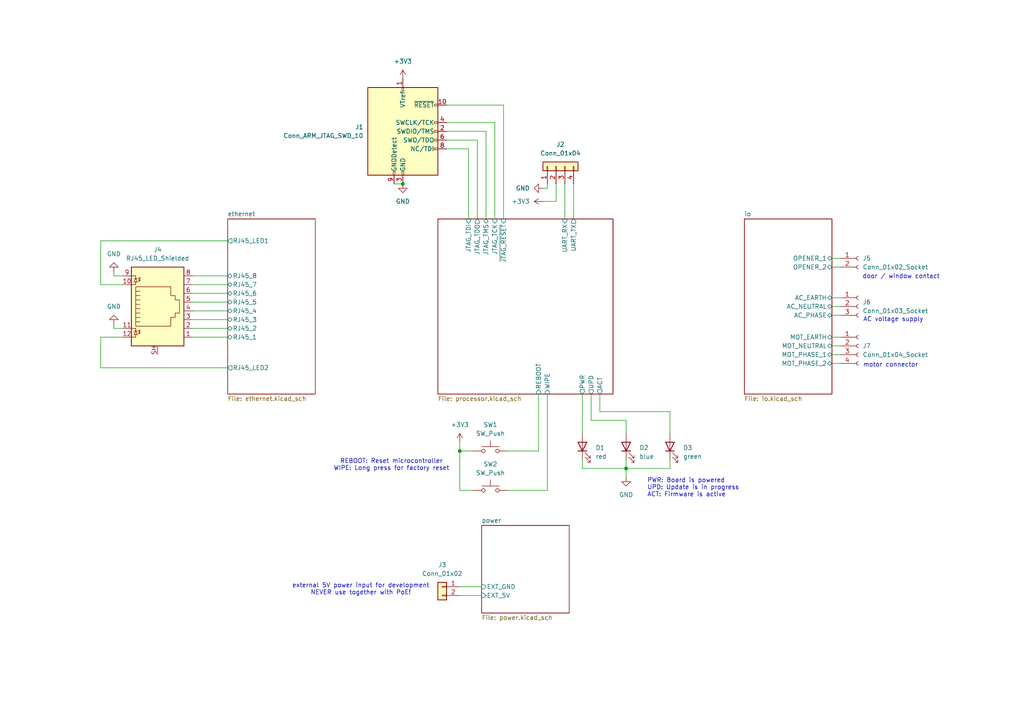
<source format=kicad_sch>
(kicad_sch (version 20231120) (generator "eeschema") (generator_version "8.0")
  (paper "A4")
  (lib_symbols
    (symbol "Connector:Conn_01x02_Socket" (pin_names (offset 1.016) hide)
      (property "Reference" "J" (at 0 2.54 0))
      (property "Value" "Conn_01x02_Socket" (at 0 -5.08 0))
      (symbol "Conn_01x02_Socket_1_1"
        (arc (start 0 -2.032) (mid -0.5058 -2.54) (end 0 -3.048) (stroke (width 0.1524)))
        (polyline (pts (xy -1.27 -2.54) (xy -0.508 -2.54)) (stroke (width 0.1524)))
        (polyline (pts (xy -1.27 0) (xy -0.508 0)) (stroke (width 0.1524)))
        (arc (start 0 0.508) (mid -0.5058 0) (end 0 -0.508) (stroke (width 0.1524)))
        (pin passive line (at -5.08 0 0) (length 3.81) (name "Pin_1") (number "1"))
        (pin passive line (at -5.08 -2.54 0) (length 3.81) (name "Pin_2") (number "2"))
      )
    )
    (symbol "Connector:Conn_01x03_Socket" (pin_names (offset 1.016) hide)
      (property "Reference" "J" (at 0 5.08 0))
      (property "Value" "Conn_01x03_Socket" (at 0 -5.08 0))
      (symbol "Conn_01x03_Socket_1_1"
        (arc (start 0 -2.032) (mid -0.5058 -2.54) (end 0 -3.048) (stroke (width 0.1524)))
        (polyline (pts (xy -1.27 -2.54) (xy -0.508 -2.54)) (stroke (width 0.1524)))
        (polyline (pts (xy -1.27 0) (xy -0.508 0)) (stroke (width 0.1524)))
        (polyline (pts (xy -1.27 2.54) (xy -0.508 2.54)) (stroke (width 0.1524)))
        (arc (start 0 0.508) (mid -0.5058 0) (end 0 -0.508) (stroke (width 0.1524)))
        (arc (start 0 3.048) (mid -0.5058 2.54) (end 0 2.032) (stroke (width 0.1524)))
        (pin passive line (at -5.08 2.54 0) (length 3.81) (name "Pin_1") (number "1"))
        (pin passive line (at -5.08 0 0) (length 3.81) (name "Pin_2") (number "2"))
        (pin passive line (at -5.08 -2.54 0) (length 3.81) (name "Pin_3") (number "3"))
      )
    )
    (symbol "Connector:Conn_01x04_Socket" (pin_names (offset 1.016) hide)
      (property "Reference" "J" (at 0 5.08 0))
      (property "Value" "Conn_01x04_Socket" (at 0 -7.62 0))
      (symbol "Conn_01x04_Socket_1_1"
        (arc (start 0 -4.572) (mid -0.5058 -5.08) (end 0 -5.588) (stroke (width 0.1524)))
        (arc (start 0 -2.032) (mid -0.5058 -2.54) (end 0 -3.048) (stroke (width 0.1524)))
        (polyline (pts (xy -1.27 -5.08) (xy -0.508 -5.08)) (stroke (width 0.1524)))
        (polyline (pts (xy -1.27 -2.54) (xy -0.508 -2.54)) (stroke (width 0.1524)))
        (polyline (pts (xy -1.27 0) (xy -0.508 0)) (stroke (width 0.1524)))
        (polyline (pts (xy -1.27 2.54) (xy -0.508 2.54)) (stroke (width 0.1524)))
        (arc (start 0 0.508) (mid -0.5058 0) (end 0 -0.508) (stroke (width 0.1524)))
        (arc (start 0 3.048) (mid -0.5058 2.54) (end 0 2.032) (stroke (width 0.1524)))
        (pin passive line (at -5.08 2.54 0) (length 3.81) (name "Pin_1") (number "1"))
        (pin passive line (at -5.08 0 0) (length 3.81) (name "Pin_2") (number "2"))
        (pin passive line (at -5.08 -2.54 0) (length 3.81) (name "Pin_3") (number "3"))
        (pin passive line (at -5.08 -5.08 0) (length 3.81) (name "Pin_4") (number "4"))
      )
    )
    (symbol "Connector:Conn_ARM_JTAG_SWD_10" (pin_names (offset 1.016))
      (property "Reference" "J" (at -2.54 16.51 0))
      (property "Value" "Conn_ARM_JTAG_SWD_10" (at -2.54 13.97 0))
      (symbol "Conn_ARM_JTAG_SWD_10_0_1"
        (rectangle (start -10.16 12.7) (end 10.16 -12.7) (stroke (width 0.254)) (fill (type background)))
        (rectangle (start -2.794 -12.7) (end -2.286 -11.684))
        (rectangle (start -0.254 -12.7) (end 0.254 -11.684))
        (rectangle (start -0.254 12.7) (end 0.254 11.684))
        (rectangle (start 9.144 2.286) (end 10.16 2.794))
        (rectangle (start 10.16 -2.794) (end 9.144 -2.286))
        (rectangle (start 10.16 -0.254) (end 9.144 0.254))
        (rectangle (start 10.16 7.874) (end 9.144 7.366))
      )
      (symbol "Conn_ARM_JTAG_SWD_10_1_1"
        (rectangle (start 9.144 -5.334) (end 10.16 -4.826))
        (pin power_in line (at 0 15.24 270) (length 2.54) (name "VTref") (number "1"))
        (pin open_collector line (at 12.7 7.62 180) (length 2.54) (name "~{RESET}") (number "10"))
        (pin bidirectional line (at 12.7 0 180) (length 2.54) (name "SWDIO/TMS") (number "2"))
        (pin power_in line (at 0 -15.24 90) (length 2.54) (name "GND") (number "3"))
        (pin output line (at 12.7 2.54 180) (length 2.54) (name "SWCLK/TCK") (number "4"))
        (pin passive line (at 0 -15.24 90) (length 2.54) hide (name "GND") (number "5"))
        (pin input line (at 12.7 -2.54 180) (length 2.54) (name "SWO/TDO") (number "6"))
        (pin no_connect line (at -10.16 0 0) (length 2.54) hide (name "KEY") (number "7"))
        (pin output line (at 12.7 -5.08 180) (length 2.54) (name "NC/TDI") (number "8"))
        (pin passive line (at -2.54 -15.24 90) (length 2.54) (name "GNDDetect") (number "9"))
      )
    )
    (symbol "Connector:RJ45_LED_Shielded" (pin_names (offset 1.016))
      (property "Reference" "J" (at -5.08 13.97 0))
      (property "Value" "RJ45_LED_Shielded" (at 1.27 13.97 0))
      (symbol "RJ45_LED_Shielded_0_1"
        (polyline (pts (xy -7.62 -7.62) (xy -6.35 -7.62)))
        (polyline (pts (xy -7.62 -5.08) (xy -6.35 -5.08)))
        (polyline (pts (xy -7.62 7.62) (xy -6.35 7.62)))
        (polyline (pts (xy -7.62 10.16) (xy -6.35 10.16)))
        (polyline (pts (xy -6.858 -5.842) (xy -5.842 -5.842)))
        (polyline (pts (xy -6.858 9.398) (xy -5.842 9.398)))
        (polyline (pts (xy -6.35 -7.62) (xy -6.35 -6.858)))
        (polyline (pts (xy -6.35 -5.08) (xy -6.35 -5.842)))
        (polyline (pts (xy -6.35 7.62) (xy -6.35 8.382)))
        (polyline (pts (xy -6.35 10.16) (xy -6.35 9.398)))
        (polyline (pts (xy -5.08 -6.223) (xy -5.207 -6.604)))
        (polyline (pts (xy -5.08 -5.588) (xy -5.207 -5.969)))
        (polyline (pts (xy -5.08 4.445) (xy -6.35 4.445)))
        (polyline (pts (xy -5.08 5.715) (xy -6.35 5.715)))
        (polyline (pts (xy -5.08 9.017) (xy -5.207 8.636)))
        (polyline (pts (xy -5.08 9.652) (xy -5.207 9.271)))
        (polyline (pts (xy -6.35 -3.175) (xy -5.08 -3.175) (xy -5.08 -3.175)))
        (polyline (pts (xy -6.35 -1.905) (xy -5.08 -1.905) (xy -5.08 -1.905)))
        (polyline (pts (xy -6.35 -0.635) (xy -5.08 -0.635) (xy -5.08 -0.635)))
        (polyline (pts (xy -6.35 0.635) (xy -5.08 0.635) (xy -5.08 0.635)))
        (polyline (pts (xy -6.35 1.905) (xy -5.08 1.905) (xy -5.08 1.905)))
        (polyline (pts (xy -5.588 -6.731) (xy -5.08 -6.223) (xy -5.461 -6.35)))
        (polyline (pts (xy -5.588 -6.096) (xy -5.08 -5.588) (xy -5.461 -5.715)))
        (polyline (pts (xy -5.588 8.509) (xy -5.08 9.017) (xy -5.461 8.89)))
        (polyline (pts (xy -5.588 9.144) (xy -5.08 9.652) (xy -5.461 9.525)))
        (polyline (pts (xy -5.08 3.175) (xy -6.35 3.175) (xy -6.35 3.175)))
        (polyline (pts (xy -6.35 -5.842) (xy -6.858 -6.858) (xy -5.842 -6.858) (xy -6.35 -5.842)))
        (polyline (pts (xy -6.35 9.398) (xy -6.858 8.382) (xy -5.842 8.382) (xy -6.35 9.398)))
        (polyline (pts (xy -6.35 -4.445) (xy -6.35 6.985) (xy 3.81 6.985) (xy 3.81 4.445) (xy 5.08 4.445) (xy 5.08 3.175) (xy 6.35 3.175) (xy 6.35 -0.635) (xy 5.08 -0.635) (xy 5.08 -1.905) (xy 3.81 -1.905) (xy 3.81 -4.445) (xy -6.35 -4.445) (xy -6.35 -4.445)))
        (rectangle (start 7.62 12.7) (end -7.62 -10.16) (stroke (width 0.254)) (fill (type background)))
      )
      (symbol "RJ45_LED_Shielded_1_1"
        (pin passive line (at 10.16 -7.62 180) (length 2.54) (name "~") (number "1"))
        (pin passive line (at -10.16 7.62 0) (length 2.54) (name "~") (number "10"))
        (pin passive line (at -10.16 -5.08 0) (length 2.54) (name "~") (number "11"))
        (pin passive line (at -10.16 -7.62 0) (length 2.54) (name "~") (number "12"))
        (pin passive line (at 10.16 -5.08 180) (length 2.54) (name "~") (number "2"))
        (pin passive line (at 10.16 -2.54 180) (length 2.54) (name "~") (number "3"))
        (pin passive line (at 10.16 0 180) (length 2.54) (name "~") (number "4"))
        (pin passive line (at 10.16 2.54 180) (length 2.54) (name "~") (number "5"))
        (pin passive line (at 10.16 5.08 180) (length 2.54) (name "~") (number "6"))
        (pin passive line (at 10.16 7.62 180) (length 2.54) (name "~") (number "7"))
        (pin passive line (at 10.16 10.16 180) (length 2.54) (name "~") (number "8"))
        (pin passive line (at -10.16 10.16 0) (length 2.54) (name "~") (number "9"))
        (pin passive line (at 0 -12.7 90) (length 2.54) (name "~") (number "SH"))
      )
    )
    (symbol "Connector_Generic:Conn_01x02" (pin_names (offset 1.016) hide)
      (property "Reference" "J" (at 0 2.54 0))
      (property "Value" "Conn_01x02" (at 0 -5.08 0))
      (symbol "Conn_01x02_1_1"
        (rectangle (start -1.27 -2.413) (end 0 -2.667) (stroke (width 0.1524)))
        (rectangle (start -1.27 0.127) (end 0 -0.127) (stroke (width 0.1524)))
        (rectangle (start -1.27 1.27) (end 1.27 -3.81) (stroke (width 0.254)) (fill (type background)))
        (pin passive line (at -5.08 0 0) (length 3.81) (name "Pin_1") (number "1"))
        (pin passive line (at -5.08 -2.54 0) (length 3.81) (name "Pin_2") (number "2"))
      )
    )
    (symbol "Connector_Generic:Conn_01x04" (pin_names (offset 1.016) hide)
      (property "Reference" "J" (at 0 5.08 0))
      (property "Value" "Conn_01x04" (at 0 -7.62 0))
      (symbol "Conn_01x04_1_1"
        (rectangle (start -1.27 -4.953) (end 0 -5.207) (stroke (width 0.1524)))
        (rectangle (start -1.27 -2.413) (end 0 -2.667) (stroke (width 0.1524)))
        (rectangle (start -1.27 0.127) (end 0 -0.127) (stroke (width 0.1524)))
        (rectangle (start -1.27 2.667) (end 0 2.413) (stroke (width 0.1524)))
        (rectangle (start -1.27 3.81) (end 1.27 -6.35) (stroke (width 0.254)) (fill (type background)))
        (pin passive line (at -5.08 2.54 0) (length 3.81) (name "Pin_1") (number "1"))
        (pin passive line (at -5.08 0 0) (length 3.81) (name "Pin_2") (number "2"))
        (pin passive line (at -5.08 -2.54 0) (length 3.81) (name "Pin_3") (number "3"))
        (pin passive line (at -5.08 -5.08 0) (length 3.81) (name "Pin_4") (number "4"))
      )
    )
    (symbol "Device:LED" (pin_numbers hide) (pin_names (offset 1.016) hide)
      (property "Reference" "D" (at 0 2.54 0))
      (property "Value" "LED" (at 0 -2.54 0))
      (symbol "LED_0_1"
        (polyline (pts (xy -1.27 -1.27) (xy -1.27 1.27)) (stroke (width 0.254)))
        (polyline (pts (xy -1.27 0) (xy 1.27 0)))
        (polyline (pts (xy 1.27 -1.27) (xy 1.27 1.27) (xy -1.27 0) (xy 1.27 -1.27)) (stroke (width 0.254)))
        (polyline (pts (xy -3.048 -0.762) (xy -4.572 -2.286) (xy -3.81 -2.286) (xy -4.572 -2.286) (xy -4.572 -1.524)))
        (polyline (pts (xy -1.778 -0.762) (xy -3.302 -2.286) (xy -2.54 -2.286) (xy -3.302 -2.286) (xy -3.302 -1.524)))
      )
      (symbol "LED_1_1"
        (pin passive line (at -3.81 0 0) (length 2.54) (name "K") (number "1"))
        (pin passive line (at 3.81 0 180) (length 2.54) (name "A") (number "2"))
      )
    )
    (symbol "Switch:SW_Push" (pin_numbers hide) (pin_names (offset 1.016) hide)
      (property "Reference" "SW" (at 1.27 2.54 0))
      (property "Value" "SW_Push" (at 0 -1.524 0))
      (symbol "SW_Push_0_1"
        (circle (center -2.032 0) (radius 0.508))
        (polyline (pts (xy 0 1.27) (xy 0 3.048)))
        (polyline (pts (xy 2.54 1.27) (xy -2.54 1.27)))
        (circle (center 2.032 0) (radius 0.508))
        (pin passive line (at -5.08 0 0) (length 2.54) (name "1") (number "1"))
        (pin passive line (at 5.08 0 180) (length 2.54) (name "2") (number "2"))
      )
    )
    (symbol "power:+3V3" (power) (pin_numbers hide) (pin_names (offset 0) hide)
      (property "Value" "+3V3" (at 0 3.556 0))
      (symbol "+3V3_0_1"
        (polyline (pts (xy -0.762 1.27) (xy 0 2.54)))
        (polyline (pts (xy 0 0) (xy 0 2.54)))
        (polyline (pts (xy 0 2.54) (xy 0.762 1.27)))
      )
      (symbol "+3V3_1_1"
        (pin power_in line (at 0 0 90) (length 0) (name "~") (number "1"))
      )
    )
    (symbol "power:GND" (power) (pin_numbers hide) (pin_names (offset 0) hide)
      (property "Value" "GND" (at 0 -3.81 0))
      (symbol "GND_0_1"
        (polyline (pts (xy 0 0) (xy 0 -1.27) (xy 1.27 -1.27) (xy 0 -2.54) (xy -1.27 -1.27) (xy 0 -1.27)))
      )
      (symbol "GND_1_1"
        (pin power_in line (at 0 0 270) (length 0) (name "~") (number "1"))
      )
    )
  )
  (junction (at 181.61 135.89))
  (junction (at 133.35 130.81))
  (junction (at 116.84 53.34))
  (wire (pts (xy 181.61 135.89) (xy 181.61 138.43)))
  (wire (pts (xy 138.43 40.64) (xy 138.43 63.5)))
  (wire (pts (xy 29.21 82.55) (xy 35.56 82.55)))
  (wire (pts (xy 181.61 133.35) (xy 181.61 135.89)))
  (wire (pts (xy 55.88 80.01) (xy 66.04 80.01)))
  (wire (pts (xy 33.02 80.01) (xy 35.56 80.01)))
  (wire (pts (xy 241.3 102.87) (xy 243.84 102.87)))
  (wire (pts (xy 161.29 58.42) (xy 157.48 58.42)))
  (wire (pts (xy 129.54 35.56) (xy 143.51 35.56)))
  (wire (pts (xy 181.61 121.92) (xy 181.61 125.73)))
  (wire (pts (xy 129.54 30.48) (xy 146.05 30.48)))
  (wire (pts (xy 146.05 30.48) (xy 146.05 63.5)))
  (wire (pts (xy 156.21 114.3) (xy 156.21 130.81)))
  (wire (pts (xy 133.35 130.81) (xy 133.35 142.24)))
  (wire (pts (xy 241.3 97.79) (xy 243.84 97.79)))
  (wire (pts (xy 158.75 114.3) (xy 158.75 142.24)))
  (wire (pts (xy 55.88 85.09) (xy 66.04 85.09)))
  (wire (pts (xy 168.91 135.89) (xy 181.61 135.89)))
  (wire (pts (xy 33.02 93.98) (xy 33.02 95.25)))
  (wire (pts (xy 114.3 53.34) (xy 116.84 53.34)))
  (wire (pts (xy 168.91 114.3) (xy 168.91 125.73)))
  (wire (pts (xy 173.99 114.3) (xy 173.99 119.38)))
  (wire (pts (xy 129.54 40.64) (xy 138.43 40.64)))
  (wire (pts (xy 137.16 142.24) (xy 133.35 142.24)))
  (wire (pts (xy 157.48 54.61) (xy 158.75 54.61)))
  (wire (pts (xy 161.29 53.34) (xy 161.29 58.42)))
  (wire (pts (xy 133.35 130.81) (xy 133.35 128.27)))
  (wire (pts (xy 129.54 43.18) (xy 135.89 43.18)))
  (wire (pts (xy 241.3 74.93) (xy 243.84 74.93)))
  (wire (pts (xy 55.88 82.55) (xy 66.04 82.55)))
  (wire (pts (xy 241.3 91.44) (xy 243.84 91.44)))
  (wire (pts (xy 55.88 97.79) (xy 66.04 97.79)))
  (wire (pts (xy 158.75 54.61) (xy 158.75 53.34)))
  (wire (pts (xy 140.97 38.1) (xy 140.97 63.5)))
  (wire (pts (xy 33.02 78.74) (xy 33.02 80.01)))
  (wire (pts (xy 173.99 119.38) (xy 194.31 119.38)))
  (wire (pts (xy 194.31 119.38) (xy 194.31 125.73)))
  (wire (pts (xy 194.31 133.35) (xy 194.31 135.89)))
  (wire (pts (xy 194.31 135.89) (xy 181.61 135.89)))
  (wire (pts (xy 29.21 97.79) (xy 35.56 97.79)))
  (wire (pts (xy 168.91 133.35) (xy 168.91 135.89)))
  (wire (pts (xy 158.75 142.24) (xy 147.32 142.24)))
  (wire (pts (xy 143.51 35.56) (xy 143.51 63.5)))
  (wire (pts (xy 163.83 53.34) (xy 163.83 63.5)))
  (wire (pts (xy 171.45 114.3) (xy 171.45 121.92)))
  (wire (pts (xy 55.88 87.63) (xy 66.04 87.63)))
  (wire (pts (xy 129.54 38.1) (xy 140.97 38.1)))
  (wire (pts (xy 241.3 88.9) (xy 243.84 88.9)))
  (wire (pts (xy 241.3 100.33) (xy 243.84 100.33)))
  (wire (pts (xy 135.89 43.18) (xy 135.89 63.5)))
  (wire (pts (xy 171.45 121.92) (xy 181.61 121.92)))
  (wire (pts (xy 55.88 95.25) (xy 66.04 95.25)))
  (wire (pts (xy 133.35 170.18) (xy 139.7 170.18)))
  (wire (pts (xy 137.16 130.81) (xy 133.35 130.81)))
  (wire (pts (xy 133.35 172.72) (xy 139.7 172.72)))
  (wire (pts (xy 166.37 53.34) (xy 166.37 63.5)))
  (wire (pts (xy 241.3 77.47) (xy 243.84 77.47)))
  (wire (pts (xy 29.21 69.85) (xy 29.21 82.55)))
  (wire (pts (xy 156.21 130.81) (xy 147.32 130.81)))
  (wire (pts (xy 241.3 105.41) (xy 243.84 105.41)))
  (wire (pts (xy 55.88 90.17) (xy 66.04 90.17)))
  (wire (pts (xy 241.3 86.36) (xy 243.84 86.36)))
  (wire (pts (xy 33.02 95.25) (xy 35.56 95.25)))
  (wire (pts (xy 55.88 92.71) (xy 66.04 92.71)))
  (wire (pts (xy 29.21 106.68) (xy 29.21 97.79)))
  (wire (pts (xy 66.04 69.85) (xy 29.21 69.85)))
  (wire (pts (xy 66.04 106.68) (xy 29.21 106.68)))
  (text "PWR: Board is powered\nUPD: Update is in progress\nACT: Firmware is active" (at 187.706 141.478 0) (effects (font (size 1.27 1.27)) (justify left)))
  (text "REBOOT: Reset microcontroller\nWIPE: Long press for factory reset" (at 113.538 134.874 0) (effects (font (size 1.27 1.27))))
  (text "AC voltage supply" (at 259.08 92.71 0) (effects (font (size 1.27 1.27))))
  (text "external 5V power input for development\nNEVER use together with PoE!" (at 104.648 170.942 0) (effects (font (size 1.27 1.27))))
  (text "door / window contact" (at 261.366 80.264 0) (effects (font (size 1.27 1.27))))
  (text "motor connector" (at 258.318 105.918 0) (effects (font (size 1.27 1.27))))
  (symbol (lib_id "power:GND") (at 33.02 93.98 180) (unit 1)
    (property "Reference" "#PWR08" (effects (hide yes)))
    (property "Value" "GND" (at 33.02 88.9 0))
    (property "Description" "Power symbol creates a global label with name \"GND\" , ground" (effects (hide yes)))
  )
  (symbol (lib_id "Switch:SW_Push") (at 142.24 130.81 0) (mirror y) (unit 1)
    (property "Reference" "SW1" (at 142.24 123.19 0))
    (property "Value" "SW_Push" (at 142.24 125.73 0))
    (property "Footprint" "Button_Switch_SMD:SW_SPST_TL3305B" (effects (hide yes)))
    (property "Datasheet" "https://www.e-switch.com/wp-content/uploads/2024/08/TL3305.pdf" (effects (hide yes)))
    (property "Description" "REBOOT" (effects (hide yes)))
    (property "MPN" "TL3305BF260QG" (effects (hide yes)))
    (property "Manufacturer" "E-Switch" (effects (hide yes)))
  )
  (symbol (lib_id "Connector:RJ45_LED_Shielded") (at 45.72 90.17 0) (unit 1)
    (property "Reference" "J4" (at 45.72 72.39 0))
    (property "Value" "RJ45_LED_Shielded" (at 45.72 74.93 0))
    (property "Footprint" "Connector_RJ:RJ45_BEL_SS74301-00x_Vertical" (effects (hide yes)))
    (property "Datasheet" "https://www.cinch.com/media/datasheets/products/ethernet-usb/ds-stw-2.5g-connectors.pdf" (effects (hide yes)))
    (property "Description" "Ethernet with PoE" (effects (hide yes)))
    (property "MPN" "SS-74301-001" (effects (hide yes)))
    (property "Manufacturer" "Stewart Connector" (effects (hide yes)))
  )
  (symbol (lib_id "Switch:SW_Push") (at 142.24 142.24 0) (mirror y) (unit 1)
    (property "Reference" "SW2" (at 142.24 134.62 0))
    (property "Value" "SW_Push" (at 142.24 137.16 0))
    (property "Footprint" "Button_Switch_SMD:SW_SPST_TL3305B" (effects (hide yes)))
    (property "Datasheet" "https://www.e-switch.com/wp-content/uploads/2024/08/TL3305.pdf" (effects (hide yes)))
    (property "Description" "WIPE" (effects (hide yes)))
    (property "MPN" "TL3305BF260QG" (effects (hide yes)))
    (property "Manufacturer" "E-Switch" (effects (hide yes)))
  )
  (symbol (lib_id "Device:LED") (at 181.61 129.54 90) (unit 1)
    (property "Reference" "D2" (at 185.42 129.8574 90) (effects (justify right)))
    (property "Value" "blue" (at 185.42 132.3974 90) (effects (justify right)))
    (property "Footprint" "LED_SMD:LED_1206_3216Metric" (effects (hide yes)))
    (property "Datasheet" "https://s3-us-west-2.amazonaws.com/catsy.557/Dialight_CBI_data_598-1206_Apr2018.pdf" (effects (hide yes)))
    (property "Description" "UPD" (effects (hide yes)))
    (property "MPN" "598-8291-107F" (effects (hide yes)))
    (property "Manufacturer" "Dialight" (effects (hide yes)))
  )
  (symbol (lib_id "Connector_Generic:Conn_01x04") (at 161.29 48.26 90) (unit 1)
    (property "Reference" "J2" (at 162.56 41.91 90))
    (property "Value" "Conn_01x04" (at 162.56 44.45 90))
    (property "Footprint" "Connector_PinHeader_2.54mm:PinHeader_1x04_P2.54mm_Vertical" (effects (hide yes)))
    (property "Description" "3V3 UART" (effects (hide yes)))
  )
  (symbol (lib_id "power:+3V3") (at 133.35 128.27 0) (mirror y) (unit 1)
    (property "Reference" "#PWR04" (effects (hide yes)))
    (property "Value" "+3V3" (at 133.35 123.19 0))
    (property "Description" "Power symbol creates a global label with name \"+3V3\"" (effects (hide yes)))
  )
  (symbol (lib_id "Connector:Conn_ARM_JTAG_SWD_10") (at 116.84 38.1 0) (unit 1)
    (property "Reference" "J1" (at 105.41 36.8299 0) (effects (justify right)))
    (property "Value" "Conn_ARM_JTAG_SWD_10" (at 105.41 39.3699 0) (effects (justify right)))
    (property "Datasheet" "https://mm.digikey.com/Volume0/opasdata/d220001/medias/docus/6209/ftsh-1xx-xx-xxx-dv-xxx-xxx-x-xx-mkt.pdf" (effects (hide yes)))
    (property "Description" "JTAG" (effects (hide yes)))
    (property "MPN" "FTSH-105-01-L-DV-007-K-TR" (effects (hide yes)))
    (property "Manufacturer" "samtec" (effects (hide yes)))
  )
  (symbol (lib_id "Connector_Generic:Conn_01x02") (at 128.27 170.18 0) (mirror y) (unit 1)
    (property "Reference" "J3" (at 128.27 163.83 0))
    (property "Value" "Conn_01x02" (at 128.27 166.37 0))
    (property "Footprint" "Connector_PinHeader_2.54mm:PinHeader_1x02_P2.54mm_Vertical" (effects (hide yes)))
    (property "Description" "Non-PoE 5V power input" (effects (hide yes)))
  )
  (symbol (lib_id "power:+3V3") (at 157.48 58.42 90) (unit 1)
    (property "Reference" "#PWR06" (effects (hide yes)))
    (property "Value" "+3V3" (at 153.67 58.4199 90) (effects (justify left)))
    (property "Description" "Power symbol creates a global label with name \"+3V3\"" (effects (hide yes)))
  )
  (symbol (lib_id "Device:LED") (at 194.31 129.54 90) (unit 1)
    (property "Reference" "D3" (at 198.12 129.8574 90) (effects (justify right)))
    (property "Value" "green" (at 198.12 132.3974 90) (effects (justify right)))
    (property "Footprint" "LED_SMD:LED_1206_3216Metric" (effects (hide yes)))
    (property "Datasheet" "https://s3-us-west-2.amazonaws.com/catsy.557/Dialight_CBI_data_598-1206_Apr2018.pdf" (effects (hide yes)))
    (property "Description" "ACT" (effects (hide yes)))
    (property "MPN" "598-8270-107F" (effects (hide yes)))
    (property "Manufacturer" "Dialight" (effects (hide yes)))
  )
  (symbol (lib_id "power:GND") (at 116.84 53.34 0) (unit 1)
    (property "Reference" "#PWR02" (effects (hide yes)))
    (property "Value" "GND" (at 116.84 58.42 0))
    (property "Description" "Power symbol creates a global label with name \"GND\" , ground" (effects (hide yes)))
  )
  (symbol (lib_id "Connector:Conn_01x02_Socket") (at 248.92 74.93 0) (unit 1)
    (property "Reference" "J5" (at 250.19 74.9299 0) (effects (justify left)))
    (property "Value" "Conn_01x02_Socket" (at 250.19 77.4699 0) (effects (justify left)))
    (property "Footprint" "TerminalBlock_WAGO:TerminalBlock_WAGO_236-402_1x02_P5.00mm_45Degree" (effects (hide yes)))
    (property "Description" "door / window contact" (effects (hide yes)))
    (property "MPN" "236-402" (effects (hide yes)))
    (property "Manufacturer" "WAGO Corporation" (effects (hide yes)))
  )
  (symbol (lib_id "Connector:Conn_01x03_Socket") (at 248.92 88.9 0) (unit 1)
    (property "Reference" "J6" (at 250.19 87.6299 0) (effects (justify left)))
    (property "Value" "Conn_01x03_Socket" (at 250.19 90.1699 0) (effects (justify left)))
    (property "Footprint" "TerminalBlock_WAGO:TerminalBlock_WAGO_236-403_1x03_P5.00mm_45Degree" (effects (hide yes)))
    (property "Description" "AC input" (effects (hide yes)))
    (property "MPN" "236-403" (effects (hide yes)))
    (property "Manufacturer" "WAGO Corporation" (effects (hide yes)))
  )
  (symbol (lib_id "power:GND") (at 181.61 138.43 0) (unit 1)
    (property "Reference" "#PWR03" (effects (hide yes)))
    (property "Value" "GND" (at 181.61 143.51 0))
    (property "Description" "Power symbol creates a global label with name \"GND\" , ground" (effects (hide yes)))
  )
  (symbol (lib_id "power:GND") (at 157.48 54.61 270) (unit 1)
    (property "Reference" "#PWR05" (effects (hide yes)))
    (property "Value" "GND" (at 153.67 54.6099 90) (effects (justify right)))
    (property "Description" "Power symbol creates a global label with name \"GND\" , ground" (effects (hide yes)))
  )
  (symbol (lib_id "power:+3V3") (at 116.84 22.86 0) (unit 1)
    (property "Reference" "#PWR01" (effects (hide yes)))
    (property "Value" "+3V3" (at 116.84 17.78 0))
    (property "Description" "Power symbol creates a global label with name \"+3V3\"" (effects (hide yes)))
  )
  (symbol (lib_id "Device:LED") (at 168.91 129.54 90) (unit 1)
    (property "Reference" "D1" (at 172.72 129.8574 90) (effects (justify right)))
    (property "Value" "red" (at 172.72 132.3974 90) (effects (justify right)))
    (property "Footprint" "LED_SMD:LED_1206_3216Metric" (effects (hide yes)))
    (property "Datasheet" "https://s3-us-west-2.amazonaws.com/catsy.557/Dialight_CBI_data_598-1206_Apr2018.pdf" (effects (hide yes)))
    (property "Description" "PWR" (effects (hide yes)))
    (property "MPN" "598-8210-107F" (effects (hide yes)))
    (property "Manufacturer" "Dialight" (effects (hide yes)))
  )
  (symbol (lib_id "Connector:Conn_01x04_Socket") (at 248.92 100.33 0) (unit 1)
    (property "Reference" "J7" (at 250.19 100.3299 0) (effects (justify left)))
    (property "Value" "Conn_01x04_Socket" (at 250.19 102.8699 0) (effects (justify left)))
    (property "Footprint" "TerminalBlock_WAGO:TerminalBlock_WAGO_236-404_1x04_P5.00mm_45Degree" (effects (hide yes)))
    (property "Description" "Motor connector" (effects (hide yes)))
    (property "MPN" "236-404" (effects (hide yes)))
    (property "Manufacturer" "WAGO Corporation" (effects (hide yes)))
  )
  (symbol (lib_id "power:GND") (at 33.02 78.74 180) (unit 1)
    (property "Reference" "#PWR07" (effects (hide yes)))
    (property "Value" "GND" (at 33.02 73.66 0))
    (property "Description" "Power symbol creates a global label with name \"GND\" , ground" (effects (hide yes)))
  )
  (sheet (at 66.04 63.5) (size 25.4 50.8) (stroke (width 0.1524))
    (property "Sheetname" "ethernet" (at 66.04 62.7884 0) (effects (justify left bottom)))
    (property "Sheetfile" "ethernet.kicad_sch" (at 66.04 114.8846 0) (effects (justify left top)))
    (pin "RJ45_1" bidirectional (at 66.04 97.79 180))
    (pin "RJ45_2" bidirectional (at 66.04 95.25 180))
    (pin "RJ45_3" bidirectional (at 66.04 92.71 180))
    (pin "RJ45_4" bidirectional (at 66.04 90.17 180))
    (pin "RJ45_5" bidirectional (at 66.04 87.63 180))
    (pin "RJ45_6" bidirectional (at 66.04 85.09 180))
    (pin "RJ45_7" bidirectional (at 66.04 82.55 180))
    (pin "RJ45_8" bidirectional (at 66.04 80.01 180))
    (pin "RJ45_LED1" output (at 66.04 69.85 180))
    (pin "RJ45_LED2" output (at 66.04 106.68 180))
  )
  (sheet (at 215.9 63.5) (size 25.4 50.8) (stroke (width 0.1524))
    (property "Sheetname" "io" (at 215.9 62.7884 0) (effects (justify left bottom)))
    (property "Sheetfile" "io.kicad_sch" (at 215.9 114.8846 0) (effects (justify left top)))
    (pin "OPENER_1" bidirectional (at 241.3 74.93 0))
    (pin "OPENER_2" bidirectional (at 241.3 77.47 0))
    (pin "AC_EARTH" bidirectional (at 241.3 86.36 0))
    (pin "AC_NEUTRAL" bidirectional (at 241.3 88.9 0))
    (pin "AC_PHASE" bidirectional (at 241.3 91.44 0))
    (pin "MOT_EARTH" bidirectional (at 241.3 97.79 0))
    (pin "MOT_NEUTRAL" bidirectional (at 241.3 100.33 0))
    (pin "MOT_PHASE_1" bidirectional (at 241.3 102.87 0))
    (pin "MOT_PHASE_2" bidirectional (at 241.3 105.41 0))
  )
  (sheet (at 127 63.5) (size 50.8 50.8) (stroke (width 0.1524))
    (property "Sheetname" "processor" (effects (hide yes)))
    (property "Sheetfile" "processor.kicad_sch" (at 127 114.8846 0) (effects (justify left top)))
    (pin "REBOOT" input (at 156.21 114.3 270))
    (pin "WIPE" input (at 158.75 114.3 270))
    (pin "PWR" output (at 168.91 114.3 270))
    (pin "UPD" output (at 171.45 114.3 270))
    (pin "ACT" output (at 173.99 114.3 270))
    (pin "JTAG_TDI" input (at 135.89 63.5 90))
    (pin "JTAG_TDO" output (at 138.43 63.5 90))
    (pin "~{JTAG_RESET}" input (at 146.05 63.5 90))
    (pin "JTAG_TMS" bidirectional (at 140.97 63.5 90))
    (pin "JTAG_TCK" input (at 143.51 63.5 90))
    (pin "UART_RX" input (at 163.83 63.5 90))
    (pin "UART_TX" output (at 166.37 63.5 90))
  )
  (sheet (at 139.7 152.4) (size 25.4 25.4) (stroke (width 0.1524))
    (property "Sheetname" "power" (at 139.7 151.6884 0) (effects (justify left bottom)))
    (property "Sheetfile" "power.kicad_sch" (at 139.7 178.3846 0) (effects (justify left top)))
    (pin "EXT_5V" input (at 139.7 172.72 180))
    (pin "EXT_GND" input (at 139.7 170.18 180))
  )
)
</source>
